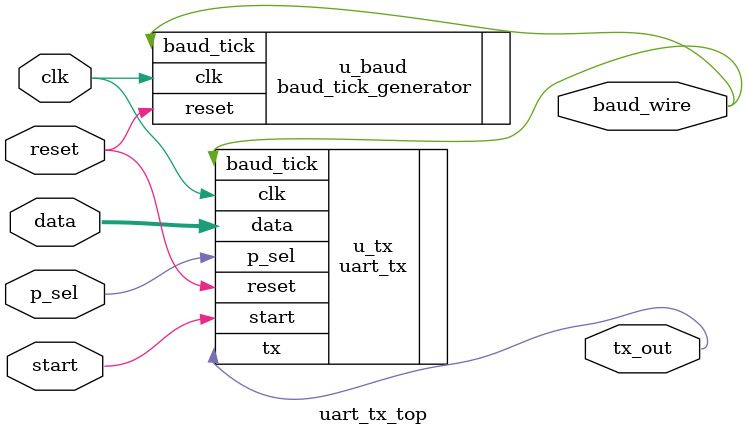
<source format=sv>
`include "baud_gen.v"
`include "uart_tx.v"

module uart_tx_top (
    		input        	clk,     
    		input        	reset,   
    		input        	start,
	       	input 			p_sel,	
    		input  [7:0] 	data,    
    		output       	tx_out,	
    		output 	 		baud_wire
);


    baud_tick_generator u_baud (
        .clk      	(clk),
        .reset    	(reset),
        .baud_tick 	(baud_wire)
    );


    uart_tx u_tx (
        .clk   		  (clk),
		    .reset		  (reset),
        .data  		  (data),
        .baud_tick	(baud_wire),   
		    .start 		  (start),
		    .p_sel		  (p_sel),
        .tx  		    (tx_out)
    );

endmodule


</source>
